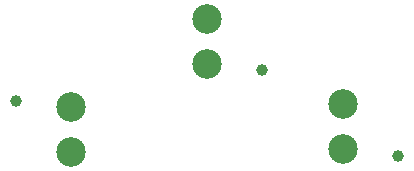
<source format=gbr>
%TF.GenerationSoftware,Altium Limited,Altium Designer,24.7.2 (38)*%
G04 Layer_Color=0*
%FSLAX45Y45*%
%MOMM*%
%TF.SameCoordinates,8DC067B9-F269-4F74-8086-07FC6546BFF1*%
%TF.FilePolarity,Positive*%
%TF.FileFunction,NonPlated,1,2,NPTH,Drill*%
%TF.Part,Single*%
G01*
G75*
%TA.AperFunction,ComponentDrill*%
%ADD10C,2.50000*%
%ADD11C,1.00000*%
D10*
X2785699Y3823198D02*
D03*
Y4203202D02*
D03*
X5092701Y4228602D02*
D03*
Y3848598D02*
D03*
X3936999Y4952502D02*
D03*
Y4572498D02*
D03*
D11*
X2320701Y4258198D02*
D03*
X5557699Y3793602D02*
D03*
X4402002Y4517502D02*
D03*
%TF.MD5,7720f47180de5a1e480db04f2ac3ae75*%
M02*

</source>
